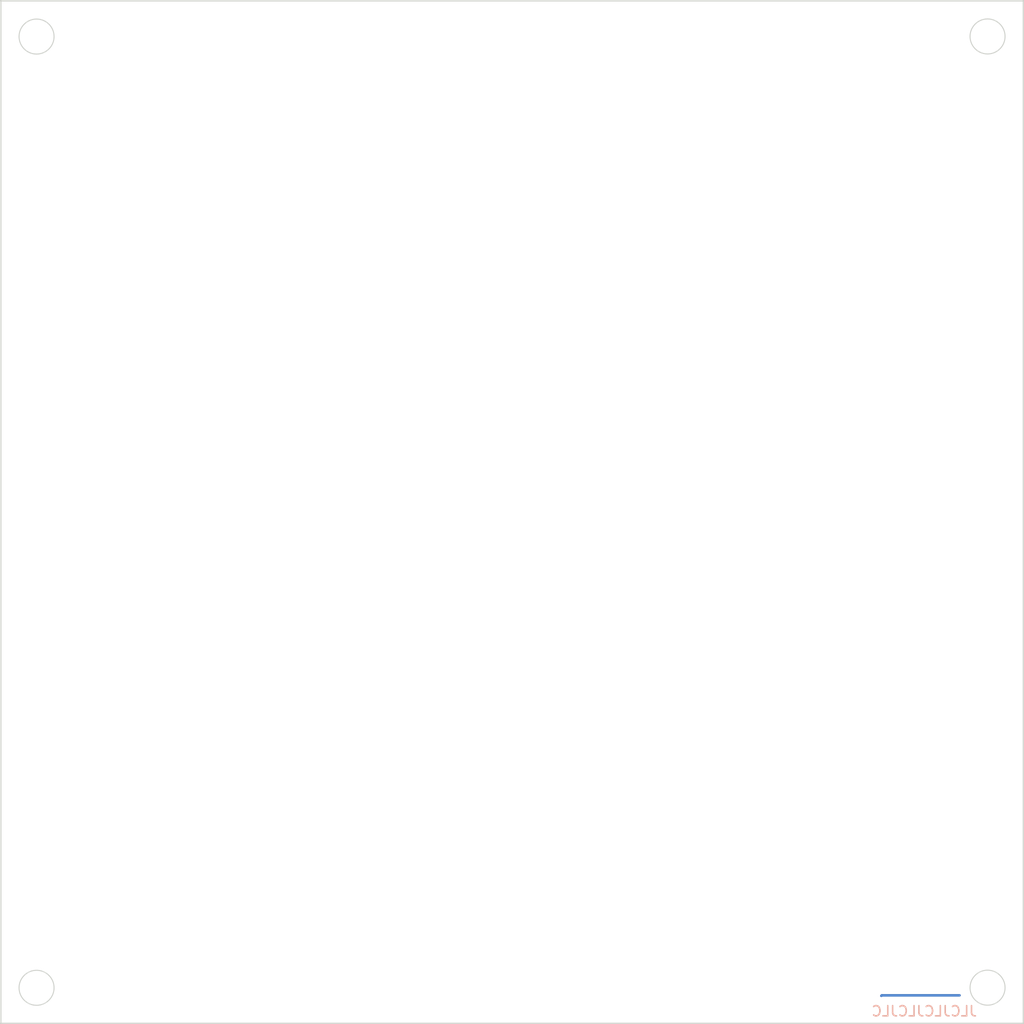
<source format=kicad_pcb>
(kicad_pcb (version 20211014) (generator pcbnew)

  (general
    (thickness 1.6)
  )

  (paper "A4")
  (layers
    (0 "F.Cu" signal)
    (31 "B.Cu" signal)
    (32 "B.Adhes" user "B.Adhesive")
    (33 "F.Adhes" user "F.Adhesive")
    (34 "B.Paste" user)
    (35 "F.Paste" user)
    (36 "B.SilkS" user "B.Silkscreen")
    (37 "F.SilkS" user "F.Silkscreen")
    (38 "B.Mask" user)
    (39 "F.Mask" user)
    (40 "Dwgs.User" user "User.Drawings")
    (41 "Cmts.User" user "User.Comments")
    (42 "Eco1.User" user "User.Eco1")
    (43 "Eco2.User" user "User.Eco2")
    (44 "Edge.Cuts" user)
    (45 "Margin" user)
    (46 "B.CrtYd" user "B.Courtyard")
    (47 "F.CrtYd" user "F.Courtyard")
    (48 "B.Fab" user)
    (49 "F.Fab" user)
    (50 "User.1" user)
    (51 "User.2" user)
    (52 "User.3" user)
    (53 "User.4" user)
    (54 "User.5" user)
    (55 "User.6" user)
    (56 "User.7" user)
    (57 "User.8" user)
    (58 "User.9" user)
  )

  (setup
    (pad_to_mask_clearance 0)
    (pcbplotparams
      (layerselection 0x00010fc_ffffffff)
      (disableapertmacros false)
      (usegerberextensions false)
      (usegerberattributes true)
      (usegerberadvancedattributes true)
      (creategerberjobfile true)
      (svguseinch false)
      (svgprecision 6)
      (excludeedgelayer true)
      (plotframeref false)
      (viasonmask false)
      (mode 1)
      (useauxorigin false)
      (hpglpennumber 1)
      (hpglpenspeed 20)
      (hpglpendiameter 15.000000)
      (dxfpolygonmode true)
      (dxfimperialunits true)
      (dxfusepcbnewfont true)
      (psnegative false)
      (psa4output false)
      (plotreference true)
      (plotvalue true)
      (plotinvisibletext false)
      (sketchpadsonfab false)
      (subtractmaskfromsilk false)
      (outputformat 1)
      (mirror false)
      (drillshape 0)
      (scaleselection 1)
      (outputdirectory "back_panel")
    )
  )

  (net 0 "")

  (gr_line (start 181.65 144.75) (end 81.65 144.75) (layer "Edge.Cuts") (width 0.15) (tstamp 4741c70c-a80d-492c-8ef1-ae8f707df09b))
  (gr_circle (center 178.138276 48.238276) (end 179.838276 48.038276) (layer "Edge.Cuts") (width 0.1) (fill none) (tstamp 5ba42875-9d00-47b4-afd8-fcd05636c058))
  (gr_circle (center 85.15 141.261724) (end 86.85 141.061724) (layer "Edge.Cuts") (width 0.1) (fill none) (tstamp 87c5a91a-6d6d-4436-941f-f902f73712a3))
  (gr_line (start 81.65 44.75) (end 181.65 44.75) (layer "Edge.Cuts") (width 0.15) (tstamp a0d946db-70cd-4f06-bac9-a39d386c4979))
  (gr_circle (center 85.15 48.25) (end 86.85 48.05) (layer "Edge.Cuts") (width 0.1) (fill none) (tstamp da4aaf10-19ff-4553-871a-f9efd75f1742))
  (gr_line (start 181.65 44.75) (end 181.65 144.75) (layer "Edge.Cuts") (width 0.15) (tstamp df1bfd07-f345-4276-a29f-75b983bb810b))
  (gr_circle (center 178.138276 141.25) (end 179.838276 141.05) (layer "Edge.Cuts") (width 0.1) (fill none) (tstamp f4799c6a-5da3-45f3-ac87-85b7c0183f2d))
  (gr_line (start 81.65 144.75) (end 81.65 44.75) (layer "Edge.Cuts") (width 0.15) (tstamp fe5c8ed3-6d2c-4b27-8757-fad194a56eb8))
  (gr_text "JLCJLCJLCJLC" (at 171.95 143.55) (layer "B.SilkS") (tstamp 08ed9e49-b01b-4150-a48e-076f20ce2c5f)
    (effects (font (size 1 1) (thickness 0.15)) (justify mirror))
  )

  (segment (start 175.4 142) (end 167.8 142) (width 0.25) (layer "B.Cu") (net 0) (tstamp 9d4b0a0c-223d-4029-a009-dfd8c5ba0990))
  (segment (start 167.8 142) (end 167.75 142.05) (width 0.25) (layer "B.Cu") (net 0) (tstamp ae7b14ba-e5fd-448f-8c6c-be4906fd499f))

)

</source>
